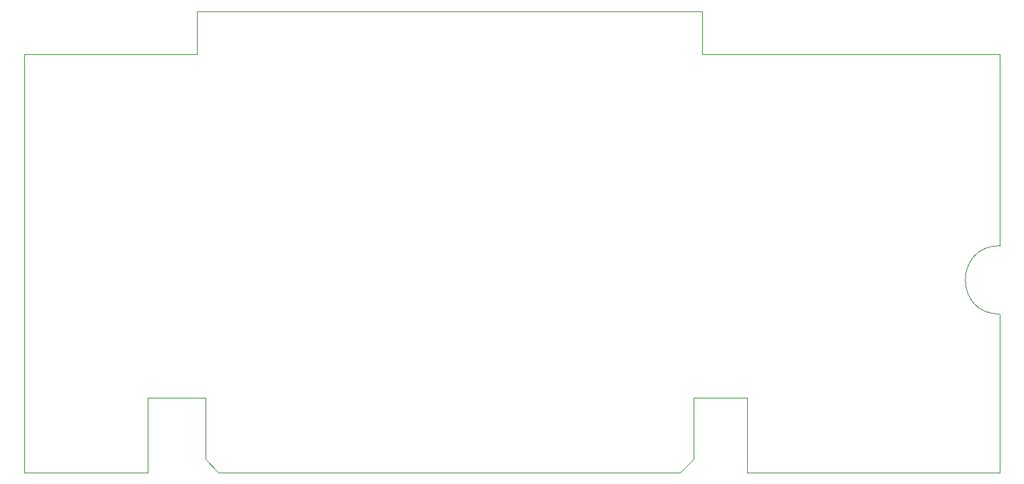
<source format=gm1>
G04 #@! TF.GenerationSoftware,KiCad,Pcbnew,(5.1.5)-3*
G04 #@! TF.CreationDate,2020-04-27T11:33:16-04:00*
G04 #@! TF.ProjectId,VS-Tipi,56532d54-6970-4692-9e6b-696361645f70,V0*
G04 #@! TF.SameCoordinates,Original*
G04 #@! TF.FileFunction,Profile,NP*
%FSLAX46Y46*%
G04 Gerber Fmt 4.6, Leading zero omitted, Abs format (unit mm)*
G04 Created by KiCad (PCBNEW (5.1.5)-3) date 2020-04-27 11:33:16*
%MOMM*%
%LPD*%
G04 APERTURE LIST*
%ADD10C,0.025400*%
G04 APERTURE END LIST*
D10*
X138633200Y-145161000D02*
X140208000Y-143586200D01*
X82296000Y-143586200D02*
X83870800Y-145161000D01*
X176530000Y-118237000D02*
X176530000Y-95504000D01*
X81280000Y-90424000D02*
X141224000Y-90424000D01*
X141224000Y-90424000D02*
X141224000Y-95504000D01*
X81280000Y-95504000D02*
X81280000Y-90424000D01*
X146558000Y-145161000D02*
X176530000Y-145161000D01*
X176530000Y-118237000D02*
G75*
G03X176530000Y-126365000I0J-4064000D01*
G01*
X141224000Y-95504000D02*
X176530000Y-95504000D01*
X83870800Y-145161000D02*
X138633200Y-145161000D01*
X60833000Y-95504000D02*
X81280000Y-95504000D01*
X75438000Y-145161000D02*
X75438000Y-136271000D01*
X60833000Y-145161000D02*
X60833000Y-95504000D01*
X75438000Y-145161000D02*
X60833000Y-145161000D01*
X176530000Y-145161000D02*
X176530000Y-126365000D01*
X146558000Y-136271000D02*
X146558000Y-145161000D01*
X140208000Y-136271000D02*
X146558000Y-136271000D01*
X140208000Y-143586200D02*
X140208000Y-136271000D01*
X82296000Y-136271000D02*
X82296000Y-143586200D01*
X75438000Y-136271000D02*
X82296000Y-136271000D01*
M02*

</source>
